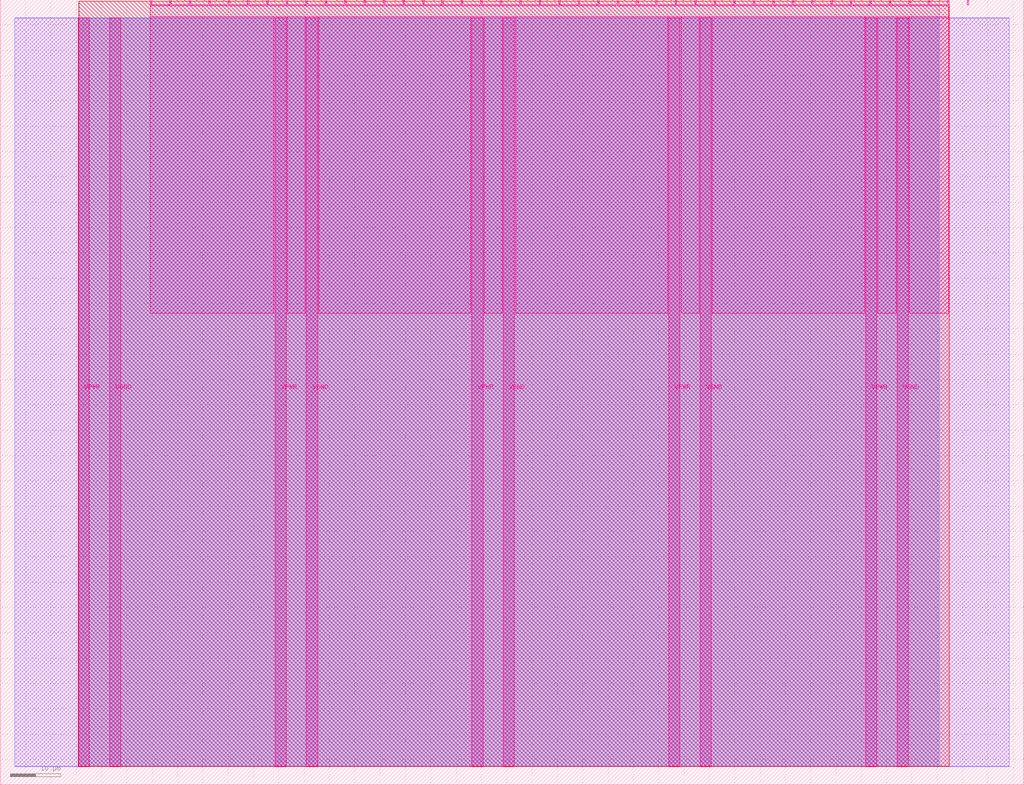
<source format=lef>
VERSION 5.7 ;
  NOWIREEXTENSIONATPIN ON ;
  DIVIDERCHAR "/" ;
  BUSBITCHARS "[]" ;
MACRO tt_um_ronikant_jeremykam_tinyregisters
  CLASS BLOCK ;
  FOREIGN tt_um_ronikant_jeremykam_tinyregisters ;
  ORIGIN 0.000 0.000 ;
  SIZE 202.080 BY 154.980 ;
  PIN VGND
    DIRECTION INOUT ;
    USE GROUND ;
    PORT
      LAYER Metal5 ;
        RECT 21.580 3.560 23.780 151.420 ;
    END
    PORT
      LAYER Metal5 ;
        RECT 60.450 3.560 62.650 151.420 ;
    END
    PORT
      LAYER Metal5 ;
        RECT 99.320 3.560 101.520 151.420 ;
    END
    PORT
      LAYER Metal5 ;
        RECT 138.190 3.560 140.390 151.420 ;
    END
    PORT
      LAYER Metal5 ;
        RECT 177.060 3.560 179.260 151.420 ;
    END
  END VGND
  PIN VPWR
    DIRECTION INOUT ;
    USE POWER ;
    PORT
      LAYER Metal5 ;
        RECT 15.380 3.560 17.580 151.420 ;
    END
    PORT
      LAYER Metal5 ;
        RECT 54.250 3.560 56.450 151.420 ;
    END
    PORT
      LAYER Metal5 ;
        RECT 93.120 3.560 95.320 151.420 ;
    END
    PORT
      LAYER Metal5 ;
        RECT 131.990 3.560 134.190 151.420 ;
    END
    PORT
      LAYER Metal5 ;
        RECT 170.860 3.560 173.060 151.420 ;
    END
  END VPWR
  PIN clk
    DIRECTION INPUT ;
    USE SIGNAL ;
    ANTENNAGATEAREA 0.213200 ;
    PORT
      LAYER Metal5 ;
        RECT 187.050 153.980 187.350 154.980 ;
    END
  END clk
  PIN ena
    DIRECTION INPUT ;
    USE SIGNAL ;
    PORT
      LAYER Metal5 ;
        RECT 190.890 153.980 191.190 154.980 ;
    END
  END ena
  PIN rst_n
    DIRECTION INPUT ;
    USE SIGNAL ;
    ANTENNAGATEAREA 0.314600 ;
    PORT
      LAYER Metal5 ;
        RECT 183.210 153.980 183.510 154.980 ;
    END
  END rst_n
  PIN ui_in[0]
    DIRECTION INPUT ;
    USE SIGNAL ;
    ANTENNAGATEAREA 0.213200 ;
    PORT
      LAYER Metal5 ;
        RECT 179.370 153.980 179.670 154.980 ;
    END
  END ui_in[0]
  PIN ui_in[1]
    DIRECTION INPUT ;
    USE SIGNAL ;
    ANTENNAGATEAREA 0.213200 ;
    PORT
      LAYER Metal5 ;
        RECT 175.530 153.980 175.830 154.980 ;
    END
  END ui_in[1]
  PIN ui_in[2]
    DIRECTION INPUT ;
    USE SIGNAL ;
    ANTENNAGATEAREA 0.213200 ;
    PORT
      LAYER Metal5 ;
        RECT 171.690 153.980 171.990 154.980 ;
    END
  END ui_in[2]
  PIN ui_in[3]
    DIRECTION INPUT ;
    USE SIGNAL ;
    ANTENNAGATEAREA 0.213200 ;
    PORT
      LAYER Metal5 ;
        RECT 167.850 153.980 168.150 154.980 ;
    END
  END ui_in[3]
  PIN ui_in[4]
    DIRECTION INPUT ;
    USE SIGNAL ;
    ANTENNAGATEAREA 0.180700 ;
    PORT
      LAYER Metal5 ;
        RECT 164.010 153.980 164.310 154.980 ;
    END
  END ui_in[4]
  PIN ui_in[5]
    DIRECTION INPUT ;
    USE SIGNAL ;
    ANTENNAGATEAREA 0.180700 ;
    PORT
      LAYER Metal5 ;
        RECT 160.170 153.980 160.470 154.980 ;
    END
  END ui_in[5]
  PIN ui_in[6]
    DIRECTION INPUT ;
    USE SIGNAL ;
    ANTENNAGATEAREA 0.180700 ;
    PORT
      LAYER Metal5 ;
        RECT 156.330 153.980 156.630 154.980 ;
    END
  END ui_in[6]
  PIN ui_in[7]
    DIRECTION INPUT ;
    USE SIGNAL ;
    ANTENNAGATEAREA 0.180700 ;
    PORT
      LAYER Metal5 ;
        RECT 152.490 153.980 152.790 154.980 ;
    END
  END ui_in[7]
  PIN uio_in[0]
    DIRECTION INPUT ;
    USE SIGNAL ;
    PORT
      LAYER Metal5 ;
        RECT 148.650 153.980 148.950 154.980 ;
    END
  END uio_in[0]
  PIN uio_in[1]
    DIRECTION INPUT ;
    USE SIGNAL ;
    PORT
      LAYER Metal5 ;
        RECT 144.810 153.980 145.110 154.980 ;
    END
  END uio_in[1]
  PIN uio_in[2]
    DIRECTION INPUT ;
    USE SIGNAL ;
    PORT
      LAYER Metal5 ;
        RECT 140.970 153.980 141.270 154.980 ;
    END
  END uio_in[2]
  PIN uio_in[3]
    DIRECTION INPUT ;
    USE SIGNAL ;
    PORT
      LAYER Metal5 ;
        RECT 137.130 153.980 137.430 154.980 ;
    END
  END uio_in[3]
  PIN uio_in[4]
    DIRECTION INPUT ;
    USE SIGNAL ;
    ANTENNAGATEAREA 0.180700 ;
    PORT
      LAYER Metal5 ;
        RECT 133.290 153.980 133.590 154.980 ;
    END
  END uio_in[4]
  PIN uio_in[5]
    DIRECTION INPUT ;
    USE SIGNAL ;
    ANTENNAGATEAREA 0.180700 ;
    PORT
      LAYER Metal5 ;
        RECT 129.450 153.980 129.750 154.980 ;
    END
  END uio_in[5]
  PIN uio_in[6]
    DIRECTION INPUT ;
    USE SIGNAL ;
    ANTENNAGATEAREA 0.213200 ;
    PORT
      LAYER Metal5 ;
        RECT 125.610 153.980 125.910 154.980 ;
    END
  END uio_in[6]
  PIN uio_in[7]
    DIRECTION INPUT ;
    USE SIGNAL ;
    ANTENNAGATEAREA 0.213200 ;
    PORT
      LAYER Metal5 ;
        RECT 121.770 153.980 122.070 154.980 ;
    END
  END uio_in[7]
  PIN uio_oe[0]
    DIRECTION OUTPUT ;
    USE SIGNAL ;
    ANTENNADIFFAREA 0.392700 ;
    PORT
      LAYER Metal5 ;
        RECT 56.490 153.980 56.790 154.980 ;
    END
  END uio_oe[0]
  PIN uio_oe[1]
    DIRECTION OUTPUT ;
    USE SIGNAL ;
    ANTENNADIFFAREA 0.392700 ;
    PORT
      LAYER Metal5 ;
        RECT 52.650 153.980 52.950 154.980 ;
    END
  END uio_oe[1]
  PIN uio_oe[2]
    DIRECTION OUTPUT ;
    USE SIGNAL ;
    ANTENNADIFFAREA 0.392700 ;
    PORT
      LAYER Metal5 ;
        RECT 48.810 153.980 49.110 154.980 ;
    END
  END uio_oe[2]
  PIN uio_oe[3]
    DIRECTION OUTPUT ;
    USE SIGNAL ;
    ANTENNADIFFAREA 0.392700 ;
    PORT
      LAYER Metal5 ;
        RECT 44.970 153.980 45.270 154.980 ;
    END
  END uio_oe[3]
  PIN uio_oe[4]
    DIRECTION OUTPUT ;
    USE SIGNAL ;
    ANTENNADIFFAREA 0.299200 ;
    PORT
      LAYER Metal5 ;
        RECT 41.130 153.980 41.430 154.980 ;
    END
  END uio_oe[4]
  PIN uio_oe[5]
    DIRECTION OUTPUT ;
    USE SIGNAL ;
    ANTENNADIFFAREA 0.299200 ;
    PORT
      LAYER Metal5 ;
        RECT 37.290 153.980 37.590 154.980 ;
    END
  END uio_oe[5]
  PIN uio_oe[6]
    DIRECTION OUTPUT ;
    USE SIGNAL ;
    ANTENNADIFFAREA 0.299200 ;
    PORT
      LAYER Metal5 ;
        RECT 33.450 153.980 33.750 154.980 ;
    END
  END uio_oe[6]
  PIN uio_oe[7]
    DIRECTION OUTPUT ;
    USE SIGNAL ;
    ANTENNADIFFAREA 0.299200 ;
    PORT
      LAYER Metal5 ;
        RECT 29.610 153.980 29.910 154.980 ;
    END
  END uio_oe[7]
  PIN uio_out[0]
    DIRECTION OUTPUT ;
    USE SIGNAL ;
    ANTENNADIFFAREA 0.651000 ;
    PORT
      LAYER Metal5 ;
        RECT 87.210 153.980 87.510 154.980 ;
    END
  END uio_out[0]
  PIN uio_out[1]
    DIRECTION OUTPUT ;
    USE SIGNAL ;
    ANTENNADIFFAREA 0.651000 ;
    PORT
      LAYER Metal5 ;
        RECT 83.370 153.980 83.670 154.980 ;
    END
  END uio_out[1]
  PIN uio_out[2]
    DIRECTION OUTPUT ;
    USE SIGNAL ;
    ANTENNADIFFAREA 0.651000 ;
    PORT
      LAYER Metal5 ;
        RECT 79.530 153.980 79.830 154.980 ;
    END
  END uio_out[2]
  PIN uio_out[3]
    DIRECTION OUTPUT ;
    USE SIGNAL ;
    ANTENNADIFFAREA 0.651000 ;
    PORT
      LAYER Metal5 ;
        RECT 75.690 153.980 75.990 154.980 ;
    END
  END uio_out[3]
  PIN uio_out[4]
    DIRECTION OUTPUT ;
    USE SIGNAL ;
    ANTENNADIFFAREA 0.299200 ;
    PORT
      LAYER Metal5 ;
        RECT 71.850 153.980 72.150 154.980 ;
    END
  END uio_out[4]
  PIN uio_out[5]
    DIRECTION OUTPUT ;
    USE SIGNAL ;
    ANTENNADIFFAREA 0.299200 ;
    PORT
      LAYER Metal5 ;
        RECT 68.010 153.980 68.310 154.980 ;
    END
  END uio_out[5]
  PIN uio_out[6]
    DIRECTION OUTPUT ;
    USE SIGNAL ;
    ANTENNADIFFAREA 0.299200 ;
    PORT
      LAYER Metal5 ;
        RECT 64.170 153.980 64.470 154.980 ;
    END
  END uio_out[6]
  PIN uio_out[7]
    DIRECTION OUTPUT ;
    USE SIGNAL ;
    ANTENNADIFFAREA 0.299200 ;
    PORT
      LAYER Metal5 ;
        RECT 60.330 153.980 60.630 154.980 ;
    END
  END uio_out[7]
  PIN uo_out[0]
    DIRECTION OUTPUT ;
    USE SIGNAL ;
    ANTENNADIFFAREA 0.677200 ;
    PORT
      LAYER Metal5 ;
        RECT 117.930 153.980 118.230 154.980 ;
    END
  END uo_out[0]
  PIN uo_out[1]
    DIRECTION OUTPUT ;
    USE SIGNAL ;
    ANTENNADIFFAREA 0.677200 ;
    PORT
      LAYER Metal5 ;
        RECT 114.090 153.980 114.390 154.980 ;
    END
  END uo_out[1]
  PIN uo_out[2]
    DIRECTION OUTPUT ;
    USE SIGNAL ;
    ANTENNADIFFAREA 0.677200 ;
    PORT
      LAYER Metal5 ;
        RECT 110.250 153.980 110.550 154.980 ;
    END
  END uo_out[2]
  PIN uo_out[3]
    DIRECTION OUTPUT ;
    USE SIGNAL ;
    ANTENNADIFFAREA 0.677200 ;
    PORT
      LAYER Metal5 ;
        RECT 106.410 153.980 106.710 154.980 ;
    END
  END uo_out[3]
  PIN uo_out[4]
    DIRECTION OUTPUT ;
    USE SIGNAL ;
    ANTENNADIFFAREA 0.677200 ;
    PORT
      LAYER Metal5 ;
        RECT 102.570 153.980 102.870 154.980 ;
    END
  END uo_out[4]
  PIN uo_out[5]
    DIRECTION OUTPUT ;
    USE SIGNAL ;
    ANTENNADIFFAREA 0.677200 ;
    PORT
      LAYER Metal5 ;
        RECT 98.730 153.980 99.030 154.980 ;
    END
  END uo_out[5]
  PIN uo_out[6]
    DIRECTION OUTPUT ;
    USE SIGNAL ;
    ANTENNADIFFAREA 0.677200 ;
    PORT
      LAYER Metal5 ;
        RECT 94.890 153.980 95.190 154.980 ;
    END
  END uo_out[6]
  PIN uo_out[7]
    DIRECTION OUTPUT ;
    USE SIGNAL ;
    ANTENNADIFFAREA 0.677200 ;
    PORT
      LAYER Metal5 ;
        RECT 91.050 153.980 91.350 154.980 ;
    END
  END uo_out[7]
  OBS
      LAYER GatPoly ;
        RECT 2.880 3.630 199.200 151.350 ;
      LAYER Metal1 ;
        RECT 2.880 3.560 199.200 151.420 ;
      LAYER Metal2 ;
        RECT 15.515 3.680 185.425 151.300 ;
      LAYER Metal3 ;
        RECT 15.560 3.635 185.380 154.705 ;
      LAYER Metal4 ;
        RECT 15.515 3.680 187.345 154.660 ;
      LAYER Metal5 ;
        RECT 30.120 153.770 33.240 153.980 ;
        RECT 33.960 153.770 37.080 153.980 ;
        RECT 37.800 153.770 40.920 153.980 ;
        RECT 41.640 153.770 44.760 153.980 ;
        RECT 45.480 153.770 48.600 153.980 ;
        RECT 49.320 153.770 52.440 153.980 ;
        RECT 53.160 153.770 56.280 153.980 ;
        RECT 57.000 153.770 60.120 153.980 ;
        RECT 60.840 153.770 63.960 153.980 ;
        RECT 64.680 153.770 67.800 153.980 ;
        RECT 68.520 153.770 71.640 153.980 ;
        RECT 72.360 153.770 75.480 153.980 ;
        RECT 76.200 153.770 79.320 153.980 ;
        RECT 80.040 153.770 83.160 153.980 ;
        RECT 83.880 153.770 87.000 153.980 ;
        RECT 87.720 153.770 90.840 153.980 ;
        RECT 91.560 153.770 94.680 153.980 ;
        RECT 95.400 153.770 98.520 153.980 ;
        RECT 99.240 153.770 102.360 153.980 ;
        RECT 103.080 153.770 106.200 153.980 ;
        RECT 106.920 153.770 110.040 153.980 ;
        RECT 110.760 153.770 113.880 153.980 ;
        RECT 114.600 153.770 117.720 153.980 ;
        RECT 118.440 153.770 121.560 153.980 ;
        RECT 122.280 153.770 125.400 153.980 ;
        RECT 126.120 153.770 129.240 153.980 ;
        RECT 129.960 153.770 133.080 153.980 ;
        RECT 133.800 153.770 136.920 153.980 ;
        RECT 137.640 153.770 140.760 153.980 ;
        RECT 141.480 153.770 144.600 153.980 ;
        RECT 145.320 153.770 148.440 153.980 ;
        RECT 149.160 153.770 152.280 153.980 ;
        RECT 153.000 153.770 156.120 153.980 ;
        RECT 156.840 153.770 159.960 153.980 ;
        RECT 160.680 153.770 163.800 153.980 ;
        RECT 164.520 153.770 167.640 153.980 ;
        RECT 168.360 153.770 171.480 153.980 ;
        RECT 172.200 153.770 175.320 153.980 ;
        RECT 176.040 153.770 179.160 153.980 ;
        RECT 179.880 153.770 183.000 153.980 ;
        RECT 183.720 153.770 186.840 153.980 ;
        RECT 29.660 151.630 187.300 153.770 ;
        RECT 29.660 93.095 54.040 151.630 ;
        RECT 56.660 93.095 60.240 151.630 ;
        RECT 62.860 93.095 92.910 151.630 ;
        RECT 95.530 93.095 99.110 151.630 ;
        RECT 101.730 93.095 131.780 151.630 ;
        RECT 134.400 93.095 137.980 151.630 ;
        RECT 140.600 93.095 170.650 151.630 ;
        RECT 173.270 93.095 176.850 151.630 ;
        RECT 179.470 93.095 187.300 151.630 ;
  END
END tt_um_ronikant_jeremykam_tinyregisters
END LIBRARY


</source>
